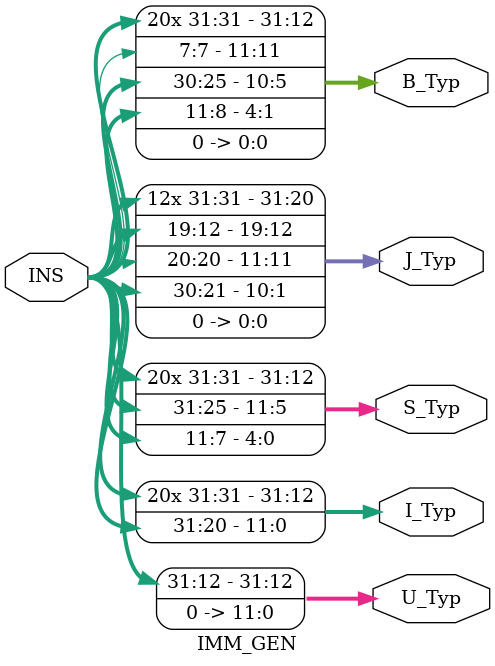
<source format=sv>
`timescale 1ns / 1ps


module IMM_GEN(
    input [31:0] INS,
    output logic [31:0] U_Typ,
    output logic [31:0] I_Typ,
    output logic [31:0] S_Typ,
    output logic [31:0] J_Typ,
    output logic [31:0] B_Typ
    );
    
    always_comb
    begin 
        U_Typ = {INS[31:12], 12'b0};                    //U-Type Instruction
        I_Typ = {{21{INS[31]}}, INS[30:20]};            //I-Type Instruction
        S_Typ = {{21{INS[31]}}, INS[30:25], INS[11:7]}; //S-Type Instruction    
        B_Typ = {{20{INS[31]}}, INS[7], INS[30:25], INS[11:8], 1'b0};   //B-Type Instruction
        J_Typ = {{12{INS[31]}}, INS[19:12], {INS[20]}, INS[30:21],1'b0};//J-Type Instruction
    end
endmodule

</source>
